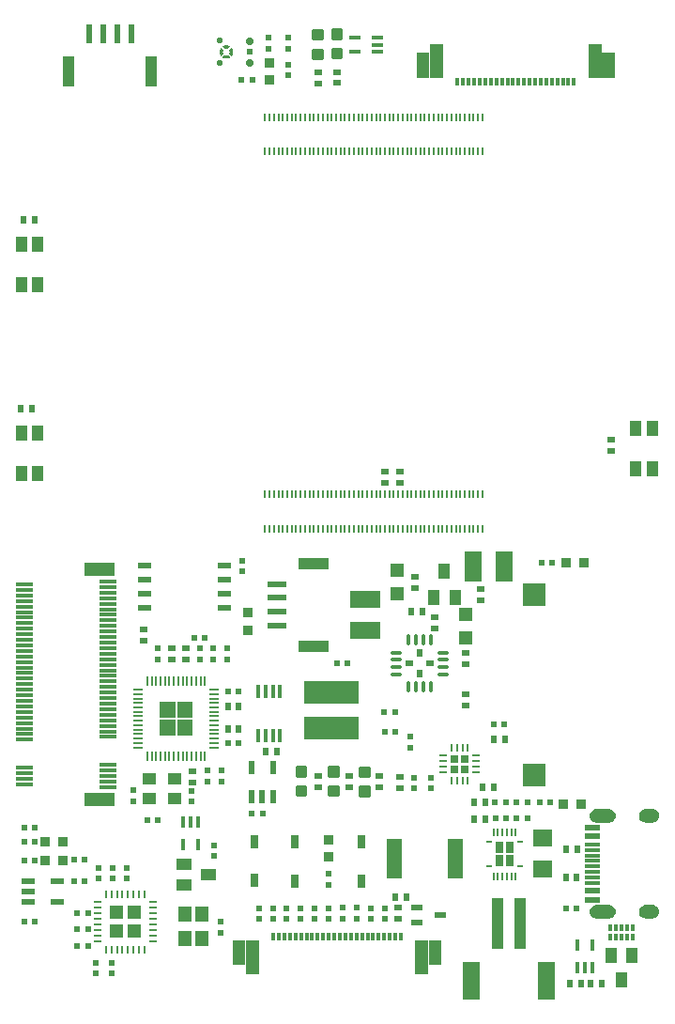
<source format=gbr>
G04 EAGLE Gerber RS-274X export*
G75*
%MOMM*%
%FSLAX34Y34*%
%LPD*%
%INSolderpaste Top*%
%IPPOS*%
%AMOC8*
5,1,8,0,0,1.08239X$1,22.5*%
G01*
%ADD10R,0.560000X0.629100*%
%ADD11R,0.629100X0.560000*%
%ADD12R,0.970200X0.920900*%
%ADD13R,2.700000X1.600000*%
%ADD14C,0.300000*%
%ADD15R,0.800000X1.150000*%
%ADD16R,1.450000X0.300000*%
%ADD17R,1.450000X0.600000*%
%ADD18R,1.450000X0.550000*%
%ADD19R,1.000000X4.600000*%
%ADD20R,1.600000X3.400000*%
%ADD21R,5.000000X2.000000*%
%ADD22R,1.400000X3.560000*%
%ADD23R,1.200000X1.200000*%
%ADD24R,2.000000X2.000000*%
%ADD25R,1.050000X0.500000*%
%ADD26R,0.644000X0.535100*%
%ADD27R,0.535100X0.644000*%
%ADD28R,1.800000X1.600000*%
%ADD29R,0.200000X0.700000*%
%ADD30R,1.000000X1.400000*%
%ADD31C,0.350000*%
%ADD32R,0.600000X0.700000*%
%ADD33R,0.700000X0.600000*%
%ADD34R,1.016000X0.355600*%
%ADD35R,0.800000X1.000000*%
%ADD36R,0.525000X0.250000*%
%ADD37R,0.200000X0.800000*%
%ADD38R,0.800000X0.230000*%
%ADD39R,0.230000X0.800000*%
%ADD40R,0.700000X0.700000*%
%ADD41R,0.300000X0.800000*%
%ADD42R,1.300000X3.050000*%
%ADD43R,0.250000X0.800000*%
%ADD44R,0.800000X0.250000*%
%ADD45R,1.143000X1.143000*%
%ADD46R,1.200000X1.400000*%
%ADD47R,0.406400X1.219200*%
%ADD48R,1.700000X0.600000*%
%ADD49R,2.800000X1.000000*%
%ADD50R,1.200000X0.550000*%
%ADD51R,0.812800X0.177800*%
%ADD52R,0.177800X0.812800*%
%ADD53R,0.550000X1.200000*%
%ADD54R,1.300000X1.050000*%
%ADD55C,0.612000*%
%ADD56C,0.723000*%
%ADD57C,0.562000*%
%ADD58R,1.050000X1.400000*%
%ADD59R,0.355600X1.016000*%
%ADD60R,0.400000X0.550000*%
%ADD61R,0.600000X1.700000*%
%ADD62R,1.000000X2.800000*%
%ADD63R,1.400000X1.000000*%
%ADD64R,1.219200X0.482600*%
%ADD65R,0.900000X0.970200*%
%ADD66R,0.932600X0.970200*%
%ADD67R,0.970200X0.900000*%
%ADD68R,0.970200X0.932600*%
%ADD69R,1.550000X0.300000*%
%ADD70R,2.750000X1.200000*%
%ADD71R,1.600000X2.700000*%

G36*
X404002Y82055D02*
X404002Y82055D01*
X404004Y82054D01*
X404047Y82074D01*
X404091Y82092D01*
X404091Y82094D01*
X404093Y82095D01*
X404126Y82180D01*
X404126Y104180D01*
X404125Y104182D01*
X404126Y104184D01*
X404106Y104227D01*
X404088Y104271D01*
X404086Y104271D01*
X404085Y104273D01*
X404000Y104306D01*
X393000Y104306D01*
X392998Y104305D01*
X392996Y104306D01*
X392953Y104286D01*
X392909Y104268D01*
X392909Y104266D01*
X392907Y104265D01*
X392874Y104180D01*
X392874Y82180D01*
X392875Y82178D01*
X392874Y82176D01*
X392894Y82133D01*
X392912Y82089D01*
X392914Y82089D01*
X392915Y82087D01*
X393000Y82054D01*
X404000Y82054D01*
X404002Y82055D01*
G37*
G36*
X227002Y82055D02*
X227002Y82055D01*
X227004Y82054D01*
X227047Y82074D01*
X227091Y82092D01*
X227091Y82094D01*
X227093Y82095D01*
X227126Y82180D01*
X227126Y104180D01*
X227125Y104182D01*
X227126Y104184D01*
X227106Y104227D01*
X227088Y104271D01*
X227086Y104271D01*
X227085Y104273D01*
X227000Y104306D01*
X216000Y104306D01*
X215998Y104305D01*
X215996Y104306D01*
X215953Y104286D01*
X215909Y104268D01*
X215909Y104266D01*
X215907Y104265D01*
X215874Y104180D01*
X215874Y82180D01*
X215875Y82178D01*
X215874Y82176D01*
X215894Y82133D01*
X215912Y82089D01*
X215914Y82089D01*
X215915Y82087D01*
X216000Y82054D01*
X227000Y82054D01*
X227002Y82055D01*
G37*
G36*
X393172Y881845D02*
X393172Y881845D01*
X393174Y881844D01*
X393217Y881864D01*
X393261Y881882D01*
X393261Y881884D01*
X393263Y881885D01*
X393296Y881970D01*
X393296Y903970D01*
X393295Y903972D01*
X393296Y903974D01*
X393276Y904017D01*
X393258Y904061D01*
X393256Y904061D01*
X393255Y904063D01*
X393170Y904096D01*
X382170Y904096D01*
X382168Y904095D01*
X382166Y904096D01*
X382123Y904076D01*
X382079Y904058D01*
X382079Y904056D01*
X382077Y904055D01*
X382044Y903970D01*
X382044Y881970D01*
X382045Y881968D01*
X382044Y881966D01*
X382064Y881923D01*
X382082Y881879D01*
X382084Y881879D01*
X382085Y881877D01*
X382170Y881844D01*
X393170Y881844D01*
X393172Y881845D01*
G37*
G36*
X560172Y881845D02*
X560172Y881845D01*
X560174Y881844D01*
X560217Y881864D01*
X560261Y881882D01*
X560261Y881884D01*
X560263Y881885D01*
X560296Y881970D01*
X560296Y903970D01*
X560295Y903972D01*
X560296Y903974D01*
X560276Y904017D01*
X560258Y904061D01*
X560256Y904061D01*
X560255Y904063D01*
X560170Y904096D01*
X549170Y904096D01*
X549168Y904095D01*
X549166Y904096D01*
X549123Y904076D01*
X549079Y904058D01*
X549079Y904056D01*
X549077Y904055D01*
X549044Y903970D01*
X549044Y881970D01*
X549045Y881968D01*
X549044Y881966D01*
X549064Y881923D01*
X549082Y881879D01*
X549084Y881879D01*
X549085Y881877D01*
X549170Y881844D01*
X560170Y881844D01*
X560172Y881845D01*
G37*
G36*
X555645Y124214D02*
X555645Y124214D01*
X555648Y124211D01*
X556915Y124416D01*
X556921Y124422D01*
X556926Y124419D01*
X558115Y124901D01*
X558119Y124908D01*
X558125Y124906D01*
X559178Y125640D01*
X559180Y125648D01*
X559186Y125647D01*
X560049Y126597D01*
X560050Y126606D01*
X560055Y126606D01*
X560685Y127725D01*
X560684Y127733D01*
X560690Y127735D01*
X561055Y128965D01*
X561052Y128972D01*
X561056Y128975D01*
X561055Y128975D01*
X561057Y128976D01*
X561139Y130257D01*
X561137Y130261D01*
X561139Y130263D01*
X561057Y131544D01*
X561051Y131550D01*
X561055Y131555D01*
X560690Y132785D01*
X560683Y132790D01*
X560685Y132795D01*
X560055Y133914D01*
X560048Y133917D01*
X560049Y133923D01*
X559186Y134873D01*
X559178Y134874D01*
X559178Y134880D01*
X558125Y135614D01*
X558117Y135614D01*
X558115Y135619D01*
X556926Y136101D01*
X556918Y136099D01*
X556915Y136104D01*
X555648Y136309D01*
X555643Y136306D01*
X555640Y136309D01*
X543640Y136309D01*
X543636Y136306D01*
X543633Y136309D01*
X542353Y136114D01*
X542347Y136108D01*
X542343Y136111D01*
X541139Y135636D01*
X541134Y135629D01*
X541129Y135631D01*
X540061Y134900D01*
X540058Y134893D01*
X540052Y134893D01*
X539173Y133943D01*
X539173Y133935D01*
X539167Y133934D01*
X538522Y132813D01*
X538523Y132804D01*
X538517Y132802D01*
X538138Y131565D01*
X538138Y131563D01*
X538137Y131562D01*
X538140Y131558D01*
X538140Y131557D01*
X538136Y131554D01*
X538041Y130264D01*
X538044Y130259D01*
X538041Y130257D01*
X538108Y129126D01*
X538113Y129121D01*
X538109Y129117D01*
X538396Y128020D01*
X538402Y128016D01*
X538399Y128011D01*
X538894Y126992D01*
X538900Y126989D01*
X538899Y126984D01*
X539583Y126081D01*
X539590Y126079D01*
X539590Y126074D01*
X540437Y125321D01*
X540444Y125321D01*
X540445Y125316D01*
X541422Y124743D01*
X541429Y124744D01*
X541431Y124739D01*
X542502Y124368D01*
X542508Y124371D01*
X542511Y124366D01*
X543633Y124211D01*
X543638Y124214D01*
X543640Y124211D01*
X555640Y124211D01*
X555645Y124214D01*
G37*
G36*
X555645Y210614D02*
X555645Y210614D01*
X555648Y210611D01*
X556915Y210816D01*
X556921Y210822D01*
X556926Y210819D01*
X558115Y211301D01*
X558119Y211308D01*
X558125Y211306D01*
X559178Y212040D01*
X559180Y212048D01*
X559186Y212047D01*
X560049Y212997D01*
X560050Y213006D01*
X560055Y213006D01*
X560685Y214125D01*
X560684Y214133D01*
X560690Y214135D01*
X561055Y215365D01*
X561052Y215372D01*
X561056Y215375D01*
X561055Y215375D01*
X561057Y215376D01*
X561139Y216657D01*
X561137Y216661D01*
X561139Y216663D01*
X561057Y217944D01*
X561051Y217950D01*
X561055Y217955D01*
X560690Y219185D01*
X560683Y219190D01*
X560685Y219195D01*
X560055Y220314D01*
X560048Y220317D01*
X560049Y220323D01*
X559186Y221273D01*
X559178Y221274D01*
X559178Y221280D01*
X558125Y222014D01*
X558117Y222014D01*
X558115Y222019D01*
X556926Y222501D01*
X556918Y222499D01*
X556915Y222504D01*
X555648Y222709D01*
X555643Y222706D01*
X555640Y222709D01*
X543640Y222709D01*
X543636Y222706D01*
X543633Y222709D01*
X542353Y222514D01*
X542347Y222508D01*
X542343Y222511D01*
X541139Y222036D01*
X541134Y222029D01*
X541129Y222031D01*
X540061Y221300D01*
X540058Y221293D01*
X540052Y221293D01*
X539173Y220343D01*
X539173Y220335D01*
X539167Y220334D01*
X538522Y219213D01*
X538523Y219204D01*
X538517Y219202D01*
X538138Y217965D01*
X538138Y217963D01*
X538137Y217962D01*
X538140Y217959D01*
X538140Y217957D01*
X538136Y217954D01*
X538041Y216664D01*
X538044Y216659D01*
X538041Y216657D01*
X538108Y215526D01*
X538113Y215521D01*
X538109Y215517D01*
X538396Y214420D01*
X538402Y214416D01*
X538399Y214411D01*
X538894Y213392D01*
X538900Y213389D01*
X538899Y213384D01*
X539583Y212481D01*
X539590Y212479D01*
X539590Y212474D01*
X540437Y211721D01*
X540444Y211721D01*
X540445Y211716D01*
X541422Y211143D01*
X541429Y211144D01*
X541431Y211139D01*
X542502Y210768D01*
X542508Y210771D01*
X542511Y210766D01*
X543633Y210611D01*
X543638Y210614D01*
X543640Y210611D01*
X555640Y210611D01*
X555645Y210614D01*
G37*
G36*
X179804Y305205D02*
X179804Y305205D01*
X179806Y305204D01*
X179849Y305224D01*
X179893Y305242D01*
X179893Y305244D01*
X179895Y305245D01*
X179928Y305330D01*
X179928Y319332D01*
X179927Y319334D01*
X179928Y319336D01*
X179908Y319379D01*
X179890Y319423D01*
X179888Y319423D01*
X179887Y319425D01*
X179802Y319458D01*
X165800Y319458D01*
X165798Y319457D01*
X165796Y319458D01*
X165753Y319438D01*
X165709Y319420D01*
X165709Y319418D01*
X165707Y319417D01*
X165674Y319332D01*
X165674Y305330D01*
X165675Y305328D01*
X165674Y305326D01*
X165694Y305283D01*
X165712Y305239D01*
X165714Y305239D01*
X165715Y305237D01*
X165800Y305204D01*
X179802Y305204D01*
X179804Y305205D01*
G37*
G36*
X163802Y305205D02*
X163802Y305205D01*
X163804Y305204D01*
X163847Y305224D01*
X163891Y305242D01*
X163891Y305244D01*
X163893Y305245D01*
X163926Y305330D01*
X163926Y319332D01*
X163925Y319334D01*
X163926Y319336D01*
X163906Y319379D01*
X163888Y319423D01*
X163886Y319423D01*
X163885Y319425D01*
X163800Y319458D01*
X149798Y319458D01*
X149796Y319457D01*
X149794Y319458D01*
X149751Y319438D01*
X149707Y319420D01*
X149707Y319418D01*
X149705Y319417D01*
X149672Y319332D01*
X149672Y305330D01*
X149673Y305328D01*
X149672Y305326D01*
X149692Y305283D01*
X149710Y305239D01*
X149712Y305239D01*
X149713Y305237D01*
X149798Y305204D01*
X163800Y305204D01*
X163802Y305205D01*
G37*
G36*
X179804Y289203D02*
X179804Y289203D01*
X179806Y289202D01*
X179849Y289222D01*
X179893Y289240D01*
X179893Y289242D01*
X179895Y289243D01*
X179928Y289328D01*
X179928Y303330D01*
X179927Y303332D01*
X179928Y303334D01*
X179908Y303377D01*
X179890Y303421D01*
X179888Y303421D01*
X179887Y303423D01*
X179802Y303456D01*
X165800Y303456D01*
X165798Y303455D01*
X165796Y303456D01*
X165753Y303436D01*
X165709Y303418D01*
X165709Y303416D01*
X165707Y303415D01*
X165674Y303330D01*
X165674Y289328D01*
X165675Y289326D01*
X165674Y289324D01*
X165694Y289281D01*
X165712Y289237D01*
X165714Y289237D01*
X165715Y289235D01*
X165800Y289202D01*
X179802Y289202D01*
X179804Y289203D01*
G37*
G36*
X163802Y289203D02*
X163802Y289203D01*
X163804Y289202D01*
X163847Y289222D01*
X163891Y289240D01*
X163891Y289242D01*
X163893Y289243D01*
X163926Y289328D01*
X163926Y303330D01*
X163925Y303332D01*
X163926Y303334D01*
X163906Y303377D01*
X163888Y303421D01*
X163886Y303421D01*
X163885Y303423D01*
X163800Y303456D01*
X149798Y303456D01*
X149796Y303455D01*
X149794Y303456D01*
X149751Y303436D01*
X149707Y303418D01*
X149707Y303416D01*
X149705Y303415D01*
X149672Y303330D01*
X149672Y289328D01*
X149673Y289326D01*
X149672Y289324D01*
X149692Y289281D01*
X149710Y289237D01*
X149712Y289237D01*
X149713Y289235D01*
X149798Y289202D01*
X163800Y289202D01*
X163802Y289203D01*
G37*
G36*
X594444Y210613D02*
X594444Y210613D01*
X594446Y210611D01*
X595775Y210766D01*
X595781Y210772D01*
X595785Y210769D01*
X597046Y211216D01*
X597051Y211223D01*
X597056Y211221D01*
X598186Y211938D01*
X598189Y211945D01*
X598195Y211944D01*
X599137Y212895D01*
X599138Y212903D01*
X599144Y212903D01*
X599851Y214039D01*
X599851Y214044D01*
X599852Y214045D01*
X599851Y214047D01*
X599856Y214049D01*
X600292Y215314D01*
X600290Y215322D01*
X600295Y215325D01*
X600439Y216655D01*
X600435Y216661D01*
X600439Y216665D01*
X600329Y217831D01*
X600324Y217836D01*
X600327Y217840D01*
X599992Y218963D01*
X599986Y218967D01*
X599988Y218971D01*
X599440Y220007D01*
X599434Y220010D01*
X599435Y220015D01*
X598696Y220923D01*
X598689Y220925D01*
X598689Y220930D01*
X597787Y221677D01*
X597780Y221677D01*
X597779Y221683D01*
X596748Y222239D01*
X596741Y222238D01*
X596739Y222243D01*
X595620Y222587D01*
X595613Y222585D01*
X595610Y222589D01*
X594445Y222709D01*
X594442Y222707D01*
X594440Y222709D01*
X588440Y222709D01*
X588437Y222707D01*
X588435Y222709D01*
X587259Y222598D01*
X587254Y222593D01*
X587250Y222596D01*
X586118Y222258D01*
X586114Y222252D01*
X586109Y222254D01*
X585065Y221702D01*
X585062Y221695D01*
X585057Y221697D01*
X584141Y220951D01*
X584140Y220944D01*
X584134Y220944D01*
X583381Y220035D01*
X583381Y220027D01*
X583376Y220027D01*
X582815Y218987D01*
X582816Y218980D01*
X582811Y218978D01*
X582464Y217849D01*
X582466Y217843D01*
X582462Y217840D01*
X582341Y216665D01*
X582345Y216658D01*
X582341Y216654D01*
X582498Y215314D01*
X582503Y215308D01*
X582500Y215303D01*
X582951Y214032D01*
X582958Y214027D01*
X582956Y214022D01*
X583678Y212883D01*
X583686Y212880D01*
X583685Y212874D01*
X584643Y211924D01*
X584651Y211923D01*
X584652Y211917D01*
X585797Y211204D01*
X585806Y211205D01*
X585807Y211199D01*
X587083Y210759D01*
X587090Y210761D01*
X587092Y210759D01*
X587093Y210757D01*
X588435Y210611D01*
X588438Y210613D01*
X588440Y210611D01*
X594440Y210611D01*
X594444Y210613D01*
G37*
G36*
X594444Y124213D02*
X594444Y124213D01*
X594446Y124211D01*
X595775Y124366D01*
X595781Y124372D01*
X595785Y124369D01*
X597046Y124816D01*
X597051Y124823D01*
X597056Y124821D01*
X598186Y125538D01*
X598189Y125545D01*
X598195Y125544D01*
X599137Y126495D01*
X599138Y126503D01*
X599144Y126503D01*
X599851Y127639D01*
X599851Y127644D01*
X599852Y127645D01*
X599850Y127647D01*
X599856Y127649D01*
X600292Y128914D01*
X600290Y128922D01*
X600295Y128925D01*
X600439Y130255D01*
X600435Y130261D01*
X600439Y130265D01*
X600329Y131431D01*
X600324Y131436D01*
X600327Y131440D01*
X599992Y132563D01*
X599986Y132567D01*
X599988Y132571D01*
X599440Y133607D01*
X599434Y133610D01*
X599435Y133615D01*
X598696Y134523D01*
X598689Y134525D01*
X598689Y134530D01*
X597787Y135277D01*
X597780Y135277D01*
X597779Y135283D01*
X596748Y135839D01*
X596741Y135838D01*
X596739Y135843D01*
X595620Y136187D01*
X595613Y136185D01*
X595610Y136189D01*
X594445Y136309D01*
X594442Y136307D01*
X594440Y136309D01*
X588440Y136309D01*
X588437Y136307D01*
X588435Y136309D01*
X587259Y136198D01*
X587254Y136193D01*
X587250Y136196D01*
X586118Y135858D01*
X586114Y135852D01*
X586109Y135854D01*
X585065Y135302D01*
X585062Y135295D01*
X585057Y135297D01*
X584141Y134551D01*
X584140Y134544D01*
X584134Y134544D01*
X583381Y133635D01*
X583381Y133627D01*
X583376Y133627D01*
X582815Y132587D01*
X582816Y132580D01*
X582811Y132578D01*
X582464Y131449D01*
X582466Y131443D01*
X582462Y131440D01*
X582341Y130265D01*
X582345Y130258D01*
X582341Y130254D01*
X582498Y128914D01*
X582503Y128908D01*
X582500Y128903D01*
X582951Y127632D01*
X582958Y127627D01*
X582956Y127622D01*
X583678Y126483D01*
X583686Y126480D01*
X583685Y126474D01*
X584643Y125524D01*
X584651Y125523D01*
X584652Y125517D01*
X585797Y124804D01*
X585806Y124805D01*
X585807Y124799D01*
X587083Y124359D01*
X587090Y124361D01*
X587092Y124359D01*
X587093Y124357D01*
X588435Y124211D01*
X588438Y124213D01*
X588440Y124211D01*
X594440Y124211D01*
X594444Y124213D01*
G37*
G36*
X572922Y104785D02*
X572922Y104785D01*
X572924Y104784D01*
X572967Y104804D01*
X573011Y104822D01*
X573011Y104824D01*
X573013Y104825D01*
X573046Y104910D01*
X573046Y110410D01*
X573045Y110412D01*
X573046Y110414D01*
X573026Y110457D01*
X573008Y110501D01*
X573006Y110501D01*
X573005Y110503D01*
X572920Y110536D01*
X569920Y110536D01*
X569918Y110535D01*
X569916Y110536D01*
X569873Y110516D01*
X569829Y110498D01*
X569829Y110496D01*
X569827Y110495D01*
X569794Y110410D01*
X569794Y104910D01*
X569795Y104908D01*
X569794Y104906D01*
X569814Y104863D01*
X569832Y104819D01*
X569834Y104819D01*
X569835Y104817D01*
X569920Y104784D01*
X572920Y104784D01*
X572922Y104785D01*
G37*
G36*
X562922Y104785D02*
X562922Y104785D01*
X562924Y104784D01*
X562967Y104804D01*
X563011Y104822D01*
X563011Y104824D01*
X563013Y104825D01*
X563046Y104910D01*
X563046Y110410D01*
X563045Y110412D01*
X563046Y110414D01*
X563026Y110457D01*
X563008Y110501D01*
X563006Y110501D01*
X563005Y110503D01*
X562920Y110536D01*
X559920Y110536D01*
X559918Y110535D01*
X559916Y110536D01*
X559873Y110516D01*
X559829Y110498D01*
X559829Y110496D01*
X559827Y110495D01*
X559794Y110410D01*
X559794Y104910D01*
X559795Y104908D01*
X559794Y104906D01*
X559814Y104863D01*
X559832Y104819D01*
X559834Y104819D01*
X559835Y104817D01*
X559920Y104784D01*
X562920Y104784D01*
X562922Y104785D01*
G37*
G36*
X577922Y112985D02*
X577922Y112985D01*
X577924Y112984D01*
X577967Y113004D01*
X578011Y113022D01*
X578011Y113024D01*
X578013Y113025D01*
X578046Y113110D01*
X578046Y118610D01*
X578045Y118612D01*
X578046Y118614D01*
X578026Y118657D01*
X578008Y118701D01*
X578006Y118701D01*
X578005Y118703D01*
X577920Y118736D01*
X574920Y118736D01*
X574918Y118735D01*
X574916Y118736D01*
X574873Y118716D01*
X574829Y118698D01*
X574829Y118696D01*
X574827Y118695D01*
X574794Y118610D01*
X574794Y113110D01*
X574795Y113108D01*
X574794Y113106D01*
X574814Y113063D01*
X574832Y113019D01*
X574834Y113019D01*
X574835Y113017D01*
X574920Y112984D01*
X577920Y112984D01*
X577922Y112985D01*
G37*
G36*
X572922Y112985D02*
X572922Y112985D01*
X572924Y112984D01*
X572967Y113004D01*
X573011Y113022D01*
X573011Y113024D01*
X573013Y113025D01*
X573046Y113110D01*
X573046Y118610D01*
X573045Y118612D01*
X573046Y118614D01*
X573026Y118657D01*
X573008Y118701D01*
X573006Y118701D01*
X573005Y118703D01*
X572920Y118736D01*
X569920Y118736D01*
X569918Y118735D01*
X569916Y118736D01*
X569873Y118716D01*
X569829Y118698D01*
X569829Y118696D01*
X569827Y118695D01*
X569794Y118610D01*
X569794Y113110D01*
X569795Y113108D01*
X569794Y113106D01*
X569814Y113063D01*
X569832Y113019D01*
X569834Y113019D01*
X569835Y113017D01*
X569920Y112984D01*
X572920Y112984D01*
X572922Y112985D01*
G37*
G36*
X562922Y112985D02*
X562922Y112985D01*
X562924Y112984D01*
X562967Y113004D01*
X563011Y113022D01*
X563011Y113024D01*
X563013Y113025D01*
X563046Y113110D01*
X563046Y118610D01*
X563045Y118612D01*
X563046Y118614D01*
X563026Y118657D01*
X563008Y118701D01*
X563006Y118701D01*
X563005Y118703D01*
X562920Y118736D01*
X559920Y118736D01*
X559918Y118735D01*
X559916Y118736D01*
X559873Y118716D01*
X559829Y118698D01*
X559829Y118696D01*
X559827Y118695D01*
X559794Y118610D01*
X559794Y113110D01*
X559795Y113108D01*
X559794Y113106D01*
X559814Y113063D01*
X559832Y113019D01*
X559834Y113019D01*
X559835Y113017D01*
X559920Y112984D01*
X562920Y112984D01*
X562922Y112985D01*
G37*
G36*
X557922Y112985D02*
X557922Y112985D01*
X557924Y112984D01*
X557967Y113004D01*
X558011Y113022D01*
X558011Y113024D01*
X558013Y113025D01*
X558046Y113110D01*
X558046Y118610D01*
X558045Y118612D01*
X558046Y118614D01*
X558026Y118657D01*
X558008Y118701D01*
X558006Y118701D01*
X558005Y118703D01*
X557920Y118736D01*
X554920Y118736D01*
X554918Y118735D01*
X554916Y118736D01*
X554873Y118716D01*
X554829Y118698D01*
X554829Y118696D01*
X554827Y118695D01*
X554794Y118610D01*
X554794Y113110D01*
X554795Y113108D01*
X554794Y113106D01*
X554814Y113063D01*
X554832Y113019D01*
X554834Y113019D01*
X554835Y113017D01*
X554920Y112984D01*
X557920Y112984D01*
X557922Y112985D01*
G37*
G36*
X567922Y112985D02*
X567922Y112985D01*
X567924Y112984D01*
X567967Y113004D01*
X568011Y113022D01*
X568011Y113024D01*
X568013Y113025D01*
X568046Y113110D01*
X568046Y118610D01*
X568045Y118612D01*
X568046Y118614D01*
X568026Y118657D01*
X568008Y118701D01*
X568006Y118701D01*
X568005Y118703D01*
X567920Y118736D01*
X564920Y118736D01*
X564918Y118735D01*
X564916Y118736D01*
X564873Y118716D01*
X564829Y118698D01*
X564829Y118696D01*
X564827Y118695D01*
X564794Y118610D01*
X564794Y113110D01*
X564795Y113108D01*
X564794Y113106D01*
X564814Y113063D01*
X564832Y113019D01*
X564834Y113019D01*
X564835Y113017D01*
X564920Y112984D01*
X567920Y112984D01*
X567922Y112985D01*
G37*
G36*
X567922Y104785D02*
X567922Y104785D01*
X567924Y104784D01*
X567967Y104804D01*
X568011Y104822D01*
X568011Y104824D01*
X568013Y104825D01*
X568046Y104910D01*
X568046Y110410D01*
X568045Y110412D01*
X568046Y110414D01*
X568026Y110457D01*
X568008Y110501D01*
X568006Y110501D01*
X568005Y110503D01*
X567920Y110536D01*
X564920Y110536D01*
X564918Y110535D01*
X564916Y110536D01*
X564873Y110516D01*
X564829Y110498D01*
X564829Y110496D01*
X564827Y110495D01*
X564794Y110410D01*
X564794Y104910D01*
X564795Y104908D01*
X564794Y104906D01*
X564814Y104863D01*
X564832Y104819D01*
X564834Y104819D01*
X564835Y104817D01*
X564920Y104784D01*
X567920Y104784D01*
X567922Y104785D01*
G37*
G36*
X577922Y104785D02*
X577922Y104785D01*
X577924Y104784D01*
X577967Y104804D01*
X578011Y104822D01*
X578011Y104824D01*
X578013Y104825D01*
X578046Y104910D01*
X578046Y110410D01*
X578045Y110412D01*
X578046Y110414D01*
X578026Y110457D01*
X578008Y110501D01*
X578006Y110501D01*
X578005Y110503D01*
X577920Y110536D01*
X574920Y110536D01*
X574918Y110535D01*
X574916Y110536D01*
X574873Y110516D01*
X574829Y110498D01*
X574829Y110496D01*
X574827Y110495D01*
X574794Y110410D01*
X574794Y104910D01*
X574795Y104908D01*
X574794Y104906D01*
X574814Y104863D01*
X574832Y104819D01*
X574834Y104819D01*
X574835Y104817D01*
X574920Y104784D01*
X577920Y104784D01*
X577922Y104785D01*
G37*
G36*
X557922Y104785D02*
X557922Y104785D01*
X557924Y104784D01*
X557967Y104804D01*
X558011Y104822D01*
X558011Y104824D01*
X558013Y104825D01*
X558046Y104910D01*
X558046Y110410D01*
X558045Y110412D01*
X558046Y110414D01*
X558026Y110457D01*
X558008Y110501D01*
X558006Y110501D01*
X558005Y110503D01*
X557920Y110536D01*
X554920Y110536D01*
X554918Y110535D01*
X554916Y110536D01*
X554873Y110516D01*
X554829Y110498D01*
X554829Y110496D01*
X554827Y110495D01*
X554794Y110410D01*
X554794Y104910D01*
X554795Y104908D01*
X554794Y104906D01*
X554814Y104863D01*
X554832Y104819D01*
X554834Y104819D01*
X554835Y104817D01*
X554920Y104784D01*
X557920Y104784D01*
X557922Y104785D01*
G37*
G36*
X205280Y901512D02*
X205280Y901512D01*
X205281Y901512D01*
X207459Y903690D01*
X207459Y903694D01*
X207460Y903695D01*
X207176Y904288D01*
X207030Y904928D01*
X207030Y905584D01*
X207176Y906224D01*
X207460Y906817D01*
X207459Y906819D01*
X207459Y906820D01*
X207459Y906822D01*
X205281Y909000D01*
X205280Y909000D01*
X205279Y909000D01*
X205275Y909000D01*
X205275Y908999D01*
X205274Y908999D01*
X204561Y907861D01*
X204561Y907860D01*
X204560Y907860D01*
X204118Y906592D01*
X204118Y906591D01*
X204117Y906591D01*
X204117Y906590D01*
X204116Y906582D01*
X204116Y906578D01*
X204115Y906569D01*
X204114Y906565D01*
X204113Y906556D01*
X204113Y906552D01*
X204112Y906548D01*
X204111Y906539D01*
X204111Y906535D01*
X204110Y906527D01*
X204110Y906522D01*
X204109Y906518D01*
X204108Y906510D01*
X204108Y906505D01*
X204107Y906497D01*
X204106Y906493D01*
X204105Y906484D01*
X204105Y906480D01*
X204104Y906476D01*
X204103Y906467D01*
X204103Y906463D01*
X204102Y906454D01*
X204101Y906450D01*
X204101Y906446D01*
X204100Y906442D01*
X204100Y906437D01*
X204100Y906433D01*
X204099Y906425D01*
X204098Y906420D01*
X204097Y906412D01*
X204097Y906408D01*
X204096Y906403D01*
X204095Y906395D01*
X204095Y906391D01*
X204094Y906382D01*
X204093Y906378D01*
X204093Y906374D01*
X204092Y906369D01*
X204092Y906365D01*
X204091Y906361D01*
X204090Y906352D01*
X204090Y906348D01*
X204089Y906340D01*
X204089Y906335D01*
X204088Y906331D01*
X204087Y906323D01*
X204087Y906318D01*
X204086Y906310D01*
X204085Y906306D01*
X204085Y906301D01*
X204084Y906297D01*
X204084Y906293D01*
X204083Y906289D01*
X204082Y906280D01*
X204082Y906276D01*
X204081Y906267D01*
X204080Y906263D01*
X204080Y906259D01*
X204079Y906250D01*
X204079Y906246D01*
X204078Y906246D01*
X204079Y906246D01*
X204078Y906238D01*
X204077Y906233D01*
X204077Y906229D01*
X204076Y906225D01*
X204076Y906221D01*
X204075Y906216D01*
X204074Y906208D01*
X204074Y906204D01*
X204073Y906195D01*
X204072Y906191D01*
X204072Y906187D01*
X204071Y906178D01*
X204070Y906174D01*
X204069Y906165D01*
X204069Y906161D01*
X204068Y906153D01*
X204068Y906148D01*
X204067Y906148D01*
X204068Y906148D01*
X204067Y906144D01*
X204066Y906136D01*
X204066Y906131D01*
X204065Y906123D01*
X204064Y906119D01*
X204064Y906114D01*
X204063Y906106D01*
X204062Y906102D01*
X204061Y906093D01*
X204061Y906089D01*
X204060Y906080D01*
X204059Y906076D01*
X204059Y906072D01*
X204058Y906063D01*
X204057Y906059D01*
X204057Y906051D01*
X204056Y906051D01*
X204057Y906051D01*
X204056Y906046D01*
X204056Y906042D01*
X204055Y906034D01*
X204054Y906029D01*
X204053Y906021D01*
X204053Y906017D01*
X204052Y906008D01*
X204051Y906004D01*
X204051Y906000D01*
X204050Y905991D01*
X204049Y905987D01*
X204048Y905978D01*
X204048Y905974D01*
X204047Y905970D01*
X204046Y905961D01*
X204046Y905957D01*
X204045Y905949D01*
X204045Y905944D01*
X204044Y905936D01*
X204043Y905932D01*
X204043Y905927D01*
X204042Y905919D01*
X204041Y905915D01*
X204040Y905906D01*
X204040Y905902D01*
X204039Y905898D01*
X204038Y905889D01*
X204038Y905885D01*
X204037Y905876D01*
X204036Y905872D01*
X204035Y905864D01*
X204035Y905859D01*
X204035Y905855D01*
X204034Y905847D01*
X204033Y905842D01*
X204032Y905834D01*
X204032Y905830D01*
X204031Y905825D01*
X204030Y905817D01*
X204030Y905813D01*
X204029Y905804D01*
X204028Y905800D01*
X204027Y905791D01*
X204027Y905787D01*
X204026Y905783D01*
X204025Y905774D01*
X204025Y905770D01*
X204024Y905762D01*
X204024Y905757D01*
X204023Y905753D01*
X204022Y905745D01*
X204022Y905740D01*
X204021Y905732D01*
X204020Y905728D01*
X204019Y905719D01*
X204019Y905715D01*
X204018Y905711D01*
X204017Y905702D01*
X204017Y905698D01*
X204016Y905689D01*
X204015Y905685D01*
X204015Y905681D01*
X204014Y905672D01*
X204014Y905668D01*
X204013Y905668D01*
X204014Y905668D01*
X204013Y905660D01*
X204012Y905655D01*
X204011Y905647D01*
X204011Y905643D01*
X204010Y905638D01*
X204009Y905630D01*
X204009Y905626D01*
X204008Y905617D01*
X204007Y905613D01*
X204007Y905609D01*
X204006Y905600D01*
X204005Y905596D01*
X204004Y905587D01*
X204004Y905583D01*
X204003Y905575D01*
X204003Y905570D01*
X204002Y905570D01*
X204003Y905570D01*
X204002Y905566D01*
X204001Y905558D01*
X204001Y905553D01*
X204000Y905545D01*
X203999Y905541D01*
X203999Y905536D01*
X203998Y905532D01*
X203998Y905528D01*
X203997Y905524D01*
X203996Y905515D01*
X203996Y905511D01*
X203995Y905502D01*
X203994Y905498D01*
X203994Y905494D01*
X203993Y905485D01*
X203992Y905481D01*
X203992Y905473D01*
X203991Y905473D01*
X203992Y905473D01*
X203991Y905468D01*
X203991Y905464D01*
X203990Y905460D01*
X203990Y905456D01*
X203989Y905451D01*
X203988Y905443D01*
X203988Y905439D01*
X203987Y905430D01*
X203986Y905426D01*
X203986Y905422D01*
X203985Y905413D01*
X203984Y905409D01*
X203983Y905400D01*
X203983Y905396D01*
X203982Y905392D01*
X203982Y905388D01*
X203981Y905383D01*
X203981Y905379D01*
X203980Y905371D01*
X203980Y905366D01*
X203979Y905358D01*
X203978Y905354D01*
X203978Y905349D01*
X203977Y905341D01*
X203976Y905337D01*
X203975Y905328D01*
X203975Y905324D01*
X203974Y905320D01*
X203974Y905315D01*
X203973Y905311D01*
X203973Y905307D01*
X203972Y905298D01*
X203971Y905294D01*
X203970Y905286D01*
X203970Y905281D01*
X203970Y905277D01*
X203969Y905269D01*
X203968Y905264D01*
X203967Y905256D01*
X204117Y903921D01*
X204118Y903920D01*
X204560Y902652D01*
X204561Y902652D01*
X204561Y902651D01*
X205274Y901513D01*
X205276Y901513D01*
X205279Y901512D01*
X205280Y901512D01*
G37*
G36*
X211414Y899294D02*
X211414Y899294D01*
X211415Y899295D01*
X212683Y899737D01*
X212683Y899738D01*
X212684Y899738D01*
X213822Y900451D01*
X213822Y900453D01*
X213823Y900457D01*
X213823Y900458D01*
X211645Y902636D01*
X211641Y902636D01*
X211640Y902637D01*
X211047Y902353D01*
X210407Y902207D01*
X209751Y902207D01*
X209111Y902353D01*
X208518Y902637D01*
X208515Y902636D01*
X208513Y902636D01*
X206335Y900458D01*
X206335Y900457D01*
X206335Y900456D01*
X206335Y900452D01*
X206336Y900452D01*
X206336Y900451D01*
X207474Y899738D01*
X207475Y899738D01*
X207475Y899737D01*
X208743Y899295D01*
X208744Y899295D01*
X208744Y899294D01*
X210079Y899144D01*
X210079Y899145D01*
X210079Y899144D01*
X211414Y899294D01*
G37*
G36*
X211643Y907876D02*
X211643Y907876D01*
X211645Y907876D01*
X213823Y910054D01*
X213823Y910055D01*
X213823Y910056D01*
X213823Y910060D01*
X213822Y910060D01*
X213822Y910061D01*
X212684Y910774D01*
X212683Y910774D01*
X212683Y910775D01*
X211415Y911217D01*
X211414Y911217D01*
X211414Y911218D01*
X210079Y911368D01*
X210079Y911367D01*
X210079Y911368D01*
X208744Y911218D01*
X208743Y911217D01*
X207475Y910775D01*
X207475Y910774D01*
X207474Y910774D01*
X206336Y910061D01*
X206336Y910059D01*
X206335Y910055D01*
X206335Y910054D01*
X208513Y907876D01*
X208517Y907876D01*
X208518Y907876D01*
X209111Y908159D01*
X209751Y908305D01*
X210407Y908305D01*
X211047Y908159D01*
X211640Y907876D01*
X211643Y907876D01*
G37*
G36*
X214883Y901513D02*
X214883Y901513D01*
X214884Y901513D01*
X215597Y902651D01*
X215597Y902652D01*
X215598Y902652D01*
X216040Y903920D01*
X216041Y903920D01*
X216040Y903921D01*
X216041Y903921D01*
X216041Y903925D01*
X216042Y903929D01*
X216042Y903933D01*
X216043Y903937D01*
X216043Y903946D01*
X216044Y903946D01*
X216043Y903946D01*
X216044Y903950D01*
X216045Y903959D01*
X216045Y903963D01*
X216046Y903967D01*
X216047Y903976D01*
X216047Y903980D01*
X216048Y903988D01*
X216049Y903993D01*
X216049Y903997D01*
X216050Y904001D01*
X216050Y904005D01*
X216051Y904010D01*
X216052Y904018D01*
X216052Y904022D01*
X216053Y904031D01*
X216054Y904035D01*
X216054Y904039D01*
X216055Y904048D01*
X216055Y904052D01*
X216056Y904061D01*
X216057Y904065D01*
X216058Y904073D01*
X216058Y904078D01*
X216059Y904082D01*
X216060Y904090D01*
X216060Y904095D01*
X216061Y904103D01*
X216062Y904107D01*
X216062Y904112D01*
X216063Y904120D01*
X216064Y904124D01*
X216065Y904133D01*
X216065Y904137D01*
X216066Y904146D01*
X216066Y904150D01*
X216067Y904154D01*
X216068Y904163D01*
X216068Y904167D01*
X216069Y904175D01*
X216070Y904180D01*
X216070Y904184D01*
X216071Y904192D01*
X216072Y904197D01*
X216073Y904205D01*
X216073Y904209D01*
X216074Y904218D01*
X216075Y904222D01*
X216075Y904226D01*
X216076Y904235D01*
X216076Y904239D01*
X216077Y904248D01*
X216078Y904252D01*
X216078Y904256D01*
X216079Y904265D01*
X216080Y904269D01*
X216081Y904277D01*
X216081Y904282D01*
X216082Y904290D01*
X216083Y904294D01*
X216083Y904299D01*
X216084Y904307D01*
X216085Y904311D01*
X216086Y904320D01*
X216086Y904324D01*
X216086Y904328D01*
X216087Y904328D01*
X216087Y904337D01*
X216088Y904341D01*
X216089Y904350D01*
X216089Y904354D01*
X216090Y904362D01*
X216091Y904367D01*
X216091Y904371D01*
X216092Y904379D01*
X216093Y904384D01*
X216094Y904392D01*
X216094Y904396D01*
X216095Y904401D01*
X216096Y904409D01*
X216096Y904413D01*
X216097Y904422D01*
X216097Y904426D01*
X216098Y904426D01*
X216097Y904426D01*
X216098Y904435D01*
X216099Y904439D01*
X216099Y904443D01*
X216100Y904452D01*
X216101Y904456D01*
X216102Y904464D01*
X216102Y904469D01*
X216103Y904473D01*
X216104Y904481D01*
X216104Y904486D01*
X216105Y904494D01*
X216106Y904498D01*
X216107Y904507D01*
X216107Y904511D01*
X216108Y904515D01*
X216108Y904524D01*
X216109Y904524D01*
X216108Y904524D01*
X216109Y904528D01*
X216110Y904537D01*
X216110Y904541D01*
X216111Y904545D01*
X216112Y904554D01*
X216112Y904558D01*
X216113Y904566D01*
X216114Y904571D01*
X216115Y904579D01*
X216115Y904583D01*
X216116Y904588D01*
X216117Y904596D01*
X216117Y904600D01*
X216118Y904609D01*
X216119Y904613D01*
X216119Y904617D01*
X216120Y904626D01*
X216120Y904630D01*
X216121Y904639D01*
X216122Y904643D01*
X216123Y904651D01*
X216123Y904656D01*
X216124Y904660D01*
X216125Y904668D01*
X216125Y904673D01*
X216126Y904681D01*
X216127Y904685D01*
X216127Y904690D01*
X216128Y904694D01*
X216128Y904698D01*
X216129Y904702D01*
X216130Y904711D01*
X216130Y904715D01*
X216131Y904724D01*
X216131Y904728D01*
X216132Y904732D01*
X216133Y904741D01*
X216133Y904745D01*
X216134Y904753D01*
X216135Y904758D01*
X216135Y904762D01*
X216136Y904766D01*
X216136Y904770D01*
X216137Y904775D01*
X216138Y904783D01*
X216138Y904787D01*
X216139Y904796D01*
X216140Y904800D01*
X216140Y904804D01*
X216141Y904813D01*
X216141Y904817D01*
X216142Y904826D01*
X216143Y904830D01*
X216143Y904834D01*
X216144Y904838D01*
X216144Y904843D01*
X216145Y904847D01*
X216146Y904855D01*
X216146Y904860D01*
X216147Y904868D01*
X216148Y904872D01*
X216148Y904877D01*
X216149Y904885D01*
X216150Y904889D01*
X216151Y904898D01*
X216151Y904902D01*
X216151Y904906D01*
X216152Y904906D01*
X216152Y904911D01*
X216152Y904915D01*
X216153Y904919D01*
X216154Y904928D01*
X216154Y904932D01*
X216155Y904940D01*
X216156Y904945D01*
X216156Y904949D01*
X216157Y904957D01*
X216158Y904962D01*
X216159Y904970D01*
X216159Y904974D01*
X216160Y904983D01*
X216161Y904987D01*
X216161Y904991D01*
X216162Y905000D01*
X216162Y905004D01*
X216163Y905004D01*
X216162Y905004D01*
X216163Y905013D01*
X216164Y905017D01*
X216164Y905021D01*
X216165Y905030D01*
X216166Y905034D01*
X216167Y905042D01*
X216167Y905047D01*
X216168Y905055D01*
X216169Y905059D01*
X216169Y905064D01*
X216170Y905072D01*
X216171Y905076D01*
X216172Y905085D01*
X216172Y905089D01*
X216173Y905093D01*
X216173Y905102D01*
X216174Y905102D01*
X216173Y905102D01*
X216174Y905106D01*
X216175Y905115D01*
X216175Y905119D01*
X216176Y905127D01*
X216177Y905132D01*
X216177Y905136D01*
X216178Y905144D01*
X216179Y905149D01*
X216180Y905157D01*
X216180Y905161D01*
X216181Y905166D01*
X216182Y905174D01*
X216182Y905178D01*
X216183Y905187D01*
X216184Y905191D01*
X216184Y905200D01*
X216185Y905200D01*
X216184Y905200D01*
X216185Y905204D01*
X216185Y905208D01*
X216186Y905217D01*
X216187Y905221D01*
X216188Y905229D01*
X216188Y905234D01*
X216189Y905238D01*
X216190Y905246D01*
X216190Y905251D01*
X216191Y905256D01*
X216190Y905256D01*
X216191Y905256D01*
X216041Y906591D01*
X216040Y906592D01*
X215598Y907860D01*
X215597Y907860D01*
X215597Y907861D01*
X214884Y908999D01*
X214882Y908999D01*
X214878Y909000D01*
X214877Y909000D01*
X212699Y906822D01*
X212699Y906820D01*
X212699Y906818D01*
X212699Y906817D01*
X212982Y906224D01*
X213128Y905584D01*
X213128Y904928D01*
X212982Y904288D01*
X212699Y903695D01*
X212699Y903692D01*
X212699Y903690D01*
X214877Y901512D01*
X214878Y901512D01*
X214879Y901512D01*
X214883Y901512D01*
X214883Y901513D01*
G37*
D10*
X352674Y309990D03*
X362366Y309990D03*
D11*
X302195Y123790D03*
X302195Y133482D03*
X289648Y123853D03*
X289648Y133545D03*
X277152Y123799D03*
X277152Y133491D03*
X264529Y123872D03*
X264529Y133564D03*
X251979Y123730D03*
X251979Y133422D03*
X239460Y123764D03*
X239460Y133456D03*
X302732Y164298D03*
X302732Y154606D03*
X352780Y123865D03*
X352780Y133557D03*
D12*
X302094Y179718D03*
X302094Y195210D03*
D10*
X471934Y214108D03*
X481626Y214108D03*
X319276Y354266D03*
X309584Y354266D03*
X481629Y228701D03*
X471937Y228701D03*
X451368Y299100D03*
X461060Y299100D03*
X452724Y214080D03*
X462416Y214080D03*
X525926Y133510D03*
X516234Y133510D03*
X353174Y292430D03*
X362866Y292430D03*
D11*
X340046Y123879D03*
X340046Y133571D03*
D13*
X335770Y383870D03*
X335770Y411870D03*
D11*
X327439Y123952D03*
X327439Y133644D03*
X314819Y123944D03*
X314819Y133636D03*
D14*
X313692Y906872D02*
X306692Y906872D01*
X313692Y906872D02*
X313692Y899872D01*
X306692Y899872D01*
X306692Y906872D01*
X306692Y902722D02*
X313692Y902722D01*
X313692Y905572D02*
X306692Y905572D01*
X306692Y924412D02*
X313692Y924412D01*
X313692Y917412D01*
X306692Y917412D01*
X306692Y924412D01*
X306692Y920262D02*
X313692Y920262D01*
X313692Y923112D02*
X306692Y923112D01*
D15*
X235590Y158260D03*
X235590Y193260D03*
X272080Y193120D03*
X272080Y158120D03*
X332140Y158060D03*
X332140Y193060D03*
D14*
X331484Y242159D02*
X338484Y242159D01*
X338484Y235159D01*
X331484Y235159D01*
X331484Y242159D01*
X331484Y238009D02*
X338484Y238009D01*
X338484Y240859D02*
X331484Y240859D01*
X331484Y259699D02*
X338484Y259699D01*
X338484Y252699D01*
X331484Y252699D01*
X331484Y259699D01*
X331484Y255549D02*
X338484Y255549D01*
X338484Y258399D02*
X331484Y258399D01*
X310590Y242286D02*
X303590Y242286D01*
X310590Y242286D02*
X310590Y235286D01*
X303590Y235286D01*
X303590Y242286D01*
X303590Y238136D02*
X310590Y238136D01*
X310590Y240986D02*
X303590Y240986D01*
X303590Y259826D02*
X310590Y259826D01*
X310590Y252826D01*
X303590Y252826D01*
X303590Y259826D01*
X303590Y255676D02*
X310590Y255676D01*
X310590Y258526D02*
X303590Y258526D01*
D16*
X540440Y180960D03*
X540440Y175960D03*
D17*
X540440Y205710D03*
D18*
X540440Y197960D03*
D16*
X540440Y190960D03*
X540440Y185960D03*
X540440Y165960D03*
X540440Y170960D03*
D17*
X540440Y141210D03*
D18*
X540440Y148960D03*
D16*
X540440Y155960D03*
X540440Y160960D03*
D19*
X475040Y120020D03*
X455040Y120020D03*
D20*
X499040Y68020D03*
X431040Y68020D03*
D21*
X304746Y296006D03*
X304746Y328006D03*
D22*
X416530Y178150D03*
X361930Y178150D03*
D23*
X426000Y377040D03*
X426000Y398040D03*
X364020Y417140D03*
X364020Y438140D03*
D14*
X296160Y917148D02*
X289160Y917148D01*
X289160Y924148D01*
X296160Y924148D01*
X296160Y917148D01*
X296160Y919998D02*
X289160Y919998D01*
X289160Y922848D02*
X296160Y922848D01*
X296160Y899608D02*
X289160Y899608D01*
X289160Y906608D01*
X296160Y906608D01*
X296160Y899608D01*
X296160Y902458D02*
X289160Y902458D01*
X289160Y905308D02*
X296160Y905308D01*
D24*
X487740Y415810D03*
X487740Y253810D03*
D25*
X382070Y133750D03*
X382070Y120750D03*
X403070Y127250D03*
D26*
X426100Y326385D03*
X426100Y316235D03*
X310176Y887133D03*
X310176Y876983D03*
D27*
X362145Y143510D03*
X372295Y143510D03*
D28*
X495624Y196890D03*
X495624Y168890D03*
D27*
X538325Y65150D03*
X548475Y65150D03*
D26*
X366606Y517085D03*
X366606Y527235D03*
X353398Y516831D03*
X353398Y526981D03*
X426100Y363375D03*
X426100Y353225D03*
X439728Y410511D03*
X439728Y420661D03*
X348329Y242715D03*
X348329Y252865D03*
X320686Y242626D03*
X320686Y252776D03*
D27*
X451549Y285962D03*
X461699Y285962D03*
X451753Y242680D03*
X441603Y242680D03*
X387195Y400800D03*
X377045Y400800D03*
X443496Y213815D03*
X433346Y213815D03*
D26*
X397940Y385465D03*
X397940Y395615D03*
X379820Y422165D03*
X379820Y432315D03*
D27*
X433353Y228749D03*
X443503Y228749D03*
D26*
X366960Y251715D03*
X366960Y241565D03*
X292733Y887106D03*
X292733Y876956D03*
X365407Y133696D03*
X365407Y123546D03*
D29*
X245116Y475650D03*
X245116Y506450D03*
X249116Y475650D03*
X249116Y506450D03*
X253116Y475650D03*
X253116Y506450D03*
X257116Y475650D03*
X257116Y506450D03*
X261116Y475650D03*
X261116Y506450D03*
X265116Y475650D03*
X265116Y506450D03*
X269116Y475650D03*
X269116Y506450D03*
X273116Y475650D03*
X273116Y506450D03*
X277116Y475650D03*
X277116Y506450D03*
X281116Y475650D03*
X281116Y506450D03*
X285116Y475650D03*
X285116Y506450D03*
X289116Y475650D03*
X289116Y506450D03*
X293116Y475650D03*
X293116Y506450D03*
X297116Y475650D03*
X297116Y506450D03*
X301116Y475650D03*
X301116Y506450D03*
X305116Y475650D03*
X305116Y506450D03*
X309116Y475650D03*
X309116Y506450D03*
X313116Y475650D03*
X313116Y506450D03*
X317116Y475650D03*
X317116Y506450D03*
X321116Y475650D03*
X321116Y506450D03*
X325116Y475650D03*
X325116Y506450D03*
X329116Y475650D03*
X329116Y506450D03*
X333116Y475650D03*
X333116Y506450D03*
X337116Y475650D03*
X337116Y506450D03*
X341116Y475650D03*
X341116Y506450D03*
X345116Y475650D03*
X345116Y506450D03*
X349116Y475650D03*
X349116Y506450D03*
X353116Y475650D03*
X353116Y506450D03*
X357116Y475650D03*
X357116Y506450D03*
X361116Y475650D03*
X361116Y506450D03*
X365116Y475650D03*
X365116Y506450D03*
X369116Y475650D03*
X369116Y506450D03*
X373116Y475650D03*
X373116Y506450D03*
X377116Y475650D03*
X377116Y506450D03*
X381116Y475650D03*
X381116Y506450D03*
X385116Y475650D03*
X385116Y506450D03*
X389116Y475650D03*
X389116Y506450D03*
X393116Y475650D03*
X393116Y506450D03*
X397116Y475650D03*
X397116Y506450D03*
X401116Y475650D03*
X401116Y506450D03*
X405116Y475650D03*
X405116Y506450D03*
X409116Y475650D03*
X409116Y506450D03*
X413116Y475650D03*
X413116Y506450D03*
X417116Y475650D03*
X417116Y506450D03*
X421116Y475650D03*
X421116Y506450D03*
X425116Y475650D03*
X425116Y506450D03*
X429116Y475650D03*
X429116Y506450D03*
X433116Y475650D03*
X433116Y506450D03*
X437116Y475650D03*
X437116Y506450D03*
X441116Y475650D03*
X441116Y506450D03*
X245116Y815650D03*
X245116Y846450D03*
X249116Y815650D03*
X249116Y846450D03*
X253116Y815650D03*
X253116Y846450D03*
X257116Y815650D03*
X257116Y846450D03*
X261116Y815650D03*
X261116Y846450D03*
X265116Y815650D03*
X265116Y846450D03*
X269116Y815650D03*
X269116Y846450D03*
X273116Y815650D03*
X273116Y846450D03*
X277116Y815650D03*
X277116Y846450D03*
X281116Y815650D03*
X281116Y846450D03*
X285116Y815650D03*
X285116Y846450D03*
X289116Y815650D03*
X289116Y846450D03*
X293116Y815650D03*
X293116Y846450D03*
X297116Y815650D03*
X297116Y846450D03*
X301116Y815650D03*
X301116Y846450D03*
X305116Y815650D03*
X305116Y846450D03*
X309116Y815650D03*
X309116Y846450D03*
X313116Y815650D03*
X313116Y846450D03*
X317116Y815650D03*
X317116Y846450D03*
X321116Y815650D03*
X321116Y846450D03*
X325116Y815650D03*
X325116Y846450D03*
X329116Y815650D03*
X329116Y846450D03*
X333116Y815650D03*
X333116Y846450D03*
X337116Y815650D03*
X337116Y846450D03*
X341116Y815650D03*
X341116Y846450D03*
X345116Y815650D03*
X345116Y846450D03*
X349116Y815650D03*
X349116Y846450D03*
X353116Y815650D03*
X353116Y846450D03*
X357116Y815650D03*
X357116Y846450D03*
X361116Y815650D03*
X361116Y846450D03*
X365116Y815650D03*
X365116Y846450D03*
X369116Y815650D03*
X369116Y846450D03*
X373116Y815650D03*
X373116Y846450D03*
X377116Y815650D03*
X377116Y846450D03*
X381116Y815650D03*
X381116Y846450D03*
X385116Y815650D03*
X385116Y846450D03*
X389116Y815650D03*
X389116Y846450D03*
X393116Y815650D03*
X393116Y846450D03*
X397116Y815650D03*
X397116Y846450D03*
X401116Y815650D03*
X401116Y846450D03*
X405116Y815650D03*
X405116Y846450D03*
X409116Y815650D03*
X409116Y846450D03*
X413116Y815650D03*
X413116Y846450D03*
X417116Y815650D03*
X417116Y846450D03*
X421116Y815650D03*
X421116Y846450D03*
X425116Y815650D03*
X425116Y846450D03*
X429116Y815650D03*
X429116Y846450D03*
X433116Y815650D03*
X433116Y846450D03*
X437116Y815650D03*
X437116Y846450D03*
X441116Y815650D03*
X441116Y846450D03*
D30*
X406902Y437561D03*
X416402Y413561D03*
X397402Y413561D03*
D31*
X366980Y363790D02*
X359980Y363790D01*
X359980Y357290D02*
X366980Y357290D01*
X366980Y350790D02*
X359980Y350790D01*
X359980Y344290D02*
X366980Y344290D01*
X374730Y336540D02*
X374730Y329540D01*
X381230Y329540D02*
X381230Y336540D01*
X387730Y336540D02*
X387730Y329540D01*
X394230Y329540D02*
X394230Y336540D01*
X401980Y344290D02*
X408980Y344290D01*
X408980Y350790D02*
X401980Y350790D01*
X401980Y357290D02*
X408980Y357290D01*
X408980Y363790D02*
X401980Y363790D01*
X394230Y371540D02*
X394230Y378540D01*
X387730Y378540D02*
X387730Y371540D01*
X381230Y371540D02*
X381230Y378540D01*
X374730Y378540D02*
X374730Y371540D01*
D32*
X384480Y363540D03*
X384480Y344540D03*
D33*
X374980Y354040D03*
X393980Y354040D03*
D34*
X346113Y905035D03*
X346113Y911639D03*
X346113Y918243D03*
X325793Y918243D03*
X325793Y905035D03*
D35*
X456162Y187996D03*
X466162Y175996D03*
X466162Y187996D03*
X456162Y175996D03*
D36*
X447537Y192996D03*
X474787Y170996D03*
X474787Y192996D03*
X447537Y170996D03*
D37*
X463162Y201746D03*
X467162Y201746D03*
X467162Y201746D03*
X471162Y201746D03*
X459162Y201746D03*
X455162Y201746D03*
X451162Y201746D03*
X451162Y162246D03*
X455162Y162246D03*
X459162Y162246D03*
X463162Y162246D03*
X467162Y162246D03*
X471162Y162246D03*
D38*
X435260Y255780D03*
X435260Y260780D03*
X435260Y265780D03*
X435260Y270780D03*
D39*
X428010Y278030D03*
X423010Y278030D03*
X418010Y278030D03*
X413010Y278030D03*
D38*
X405760Y270780D03*
X405760Y265780D03*
X405760Y260780D03*
X405760Y255780D03*
D39*
X413010Y248530D03*
X418010Y248530D03*
X423010Y248530D03*
X428010Y248530D03*
D40*
X416010Y267780D03*
X425010Y258780D03*
X416010Y258780D03*
X425010Y267780D03*
D41*
X252500Y108180D03*
X257500Y108180D03*
X262500Y108180D03*
X267500Y108180D03*
X272500Y108180D03*
X277500Y108180D03*
X282500Y108180D03*
X287500Y108180D03*
X292500Y108180D03*
X297500Y108180D03*
X302500Y108180D03*
X307500Y108180D03*
X312500Y108180D03*
X317500Y108180D03*
X322500Y108180D03*
X327500Y108180D03*
X332500Y108180D03*
X337500Y108180D03*
X342500Y108180D03*
X347500Y108180D03*
X352500Y108180D03*
X357500Y108180D03*
X362500Y108180D03*
X367500Y108180D03*
D42*
X233500Y88930D03*
X386500Y88930D03*
D43*
X101466Y96280D03*
X106466Y96280D03*
X111466Y96280D03*
X116466Y96280D03*
X121466Y96280D03*
X126466Y96280D03*
X131466Y96280D03*
X136466Y96280D03*
D44*
X143966Y103780D03*
X143966Y108780D03*
X143966Y113780D03*
X143966Y118780D03*
X143966Y123780D03*
X143966Y128780D03*
X143966Y133780D03*
X143966Y138780D03*
D43*
X136466Y146280D03*
X131466Y146280D03*
X126466Y146280D03*
X121466Y146280D03*
X116466Y146280D03*
X111466Y146280D03*
X106466Y146280D03*
X101466Y146280D03*
D44*
X93966Y138780D03*
X93966Y133780D03*
X93966Y128780D03*
X93966Y123780D03*
X93966Y118780D03*
X93966Y113780D03*
X93966Y108780D03*
X93966Y103780D03*
D45*
X127221Y113025D03*
X110711Y129535D03*
X110711Y113025D03*
X127221Y129535D03*
D10*
X85486Y114460D03*
X75794Y114460D03*
D11*
X106520Y84216D03*
X106520Y74524D03*
D46*
X172434Y106216D03*
X172434Y128216D03*
X188434Y106216D03*
X188434Y128216D03*
D10*
X85242Y129253D03*
X75550Y129253D03*
D11*
X92550Y84216D03*
X92550Y74524D03*
X204602Y111453D03*
X204602Y121145D03*
D10*
X233606Y879734D03*
X223914Y879734D03*
D11*
X248290Y917816D03*
X248290Y908124D03*
X265816Y908124D03*
X265816Y917816D03*
X265816Y883994D03*
X265816Y893686D03*
D10*
X85486Y99220D03*
X75794Y99220D03*
X504050Y444368D03*
X494358Y444368D03*
X502145Y228722D03*
X492453Y228722D03*
X27826Y121290D03*
X37518Y121290D03*
X27760Y176779D03*
X37452Y176779D03*
D47*
X258694Y328431D03*
X252194Y328431D03*
X245694Y328431D03*
X239194Y328431D03*
X239194Y288553D03*
X245694Y288553D03*
X252194Y288553D03*
X258694Y288553D03*
D48*
X255520Y425620D03*
D49*
X289020Y369620D03*
X289020Y444120D03*
D48*
X255520Y413120D03*
X255520Y400620D03*
X255520Y388120D03*
D27*
X245759Y274192D03*
X255909Y274192D03*
D12*
X229742Y399540D03*
X229742Y384048D03*
D11*
X94870Y159874D03*
X94870Y169566D03*
X107570Y159874D03*
X107570Y169566D03*
D50*
X31399Y157850D03*
X31399Y148350D03*
X31399Y138850D03*
X57401Y138850D03*
X57401Y157850D03*
D11*
X120143Y159874D03*
X120143Y169566D03*
D10*
X72498Y176910D03*
X82190Y176910D03*
X28048Y193420D03*
X37740Y193420D03*
X28048Y205866D03*
X37740Y205866D03*
X72498Y157860D03*
X82190Y157860D03*
D51*
X130764Y330330D03*
X130764Y326330D03*
X130764Y322330D03*
X130764Y318330D03*
X130764Y314330D03*
X130764Y310330D03*
X130764Y306330D03*
X130764Y302330D03*
X130764Y298330D03*
X130764Y294330D03*
X130764Y290330D03*
X130764Y286330D03*
X130764Y282330D03*
X130764Y278330D03*
D52*
X138800Y270294D03*
X142800Y270294D03*
X146800Y270294D03*
X150800Y270294D03*
X154800Y270294D03*
X158800Y270294D03*
X162800Y270294D03*
X166800Y270294D03*
X170800Y270294D03*
X174800Y270294D03*
X178800Y270294D03*
X182800Y270294D03*
X186800Y270294D03*
X190800Y270294D03*
D51*
X198836Y278330D03*
X198836Y282330D03*
X198836Y286330D03*
X198836Y290330D03*
X198836Y294330D03*
X198836Y298330D03*
X198836Y302330D03*
X198836Y306330D03*
X198836Y310330D03*
X198836Y314330D03*
X198836Y318330D03*
X198836Y322330D03*
X198836Y326330D03*
X198836Y330330D03*
D52*
X190800Y338366D03*
X186800Y338366D03*
X182800Y338366D03*
X178800Y338366D03*
X174800Y338366D03*
X170800Y338366D03*
X166800Y338366D03*
X162800Y338366D03*
X158800Y338366D03*
X154800Y338366D03*
X150800Y338366D03*
X146800Y338366D03*
X142800Y338366D03*
X138800Y338366D03*
D11*
X186056Y357740D03*
X186056Y367432D03*
X147956Y357740D03*
X147956Y367432D03*
D10*
X138792Y212978D03*
X148484Y212978D03*
X211436Y329056D03*
X221128Y329056D03*
X180956Y377316D03*
X190648Y377316D03*
D11*
X193547Y257575D03*
X193547Y247883D03*
X198629Y357740D03*
X198629Y367432D03*
D26*
X160654Y367651D03*
X160654Y357501D03*
X173354Y367651D03*
X173354Y357501D03*
D11*
X211202Y357613D03*
X211202Y367305D03*
X206120Y257575D03*
X206120Y247883D03*
D53*
X233056Y234141D03*
X242556Y234141D03*
X252056Y234141D03*
X252056Y260143D03*
X233056Y260143D03*
D10*
X233280Y219074D03*
X242972Y219074D03*
X211690Y282574D03*
X221382Y282574D03*
D26*
X135256Y374791D03*
X135256Y384941D03*
D54*
X140804Y232412D03*
X163804Y232412D03*
X163804Y249912D03*
X140804Y249912D03*
D11*
X126366Y229978D03*
X126366Y239670D03*
X178944Y229470D03*
X178944Y239162D03*
D26*
X179196Y256907D03*
X179196Y246757D03*
D27*
X519825Y65150D03*
X529975Y65150D03*
X37705Y754000D03*
X27555Y754000D03*
X24525Y583310D03*
X34675Y583310D03*
D26*
X557150Y545225D03*
X557150Y555375D03*
D14*
X281122Y242380D02*
X274122Y242380D01*
X281122Y242380D02*
X281122Y235380D01*
X274122Y235380D01*
X274122Y242380D01*
X274122Y238230D02*
X281122Y238230D01*
X281122Y241080D02*
X274122Y241080D01*
X274122Y259920D02*
X281122Y259920D01*
X281122Y252920D01*
X274122Y252920D01*
X274122Y259920D01*
X274122Y255770D02*
X281122Y255770D01*
X281122Y258620D02*
X274122Y258620D01*
D26*
X293116Y242575D03*
X293116Y252725D03*
D55*
X231109Y905256D03*
D56*
X231109Y914916D03*
D57*
X203739Y915406D03*
X203739Y895106D03*
D56*
X231109Y895596D03*
D58*
X40270Y731740D03*
X40270Y695740D03*
X25770Y731740D03*
X25770Y695740D03*
X40270Y561560D03*
X40270Y525560D03*
X25770Y561560D03*
X25770Y525560D03*
X579617Y529624D03*
X579617Y565624D03*
X594117Y529624D03*
X594117Y565624D03*
D30*
X566420Y69010D03*
X556920Y91010D03*
X575920Y91010D03*
D10*
X452608Y228600D03*
X462300Y228600D03*
D11*
X394970Y241534D03*
X394970Y251226D03*
X379730Y241534D03*
X379730Y251226D03*
D59*
X526796Y80010D03*
X533400Y80010D03*
X540004Y80010D03*
X540004Y100330D03*
X526796Y100330D03*
D27*
X516133Y161544D03*
X526283Y161544D03*
X516260Y186817D03*
X526410Y186817D03*
X211333Y315087D03*
X221483Y315087D03*
X211333Y295275D03*
X221483Y295275D03*
D11*
X375920Y278364D03*
X375920Y288056D03*
D60*
X566420Y115860D03*
X566420Y107660D03*
D61*
X124160Y921230D03*
D62*
X68160Y887730D03*
X142660Y887730D03*
D61*
X111660Y921230D03*
X99160Y921230D03*
X86660Y921230D03*
D41*
X523670Y877970D03*
X518670Y877970D03*
X513670Y877970D03*
X508670Y877970D03*
X503670Y877970D03*
X498670Y877970D03*
X493670Y877970D03*
X488670Y877970D03*
X483670Y877970D03*
X478670Y877970D03*
X473670Y877970D03*
X468670Y877970D03*
X463670Y877970D03*
X458670Y877970D03*
X453670Y877970D03*
X448670Y877970D03*
X443670Y877970D03*
X438670Y877970D03*
X433670Y877970D03*
X428670Y877970D03*
X423670Y877970D03*
X418670Y877970D03*
D42*
X542670Y897220D03*
X399670Y897220D03*
D63*
X193880Y163830D03*
X171880Y154330D03*
X171880Y173330D03*
D59*
X184404Y210820D03*
X177800Y210820D03*
X171196Y210820D03*
X171196Y190500D03*
X184404Y190500D03*
D11*
X199390Y180574D03*
X199390Y190266D03*
D64*
X136779Y441960D03*
X136779Y429260D03*
X136779Y416560D03*
X136779Y403860D03*
X208661Y403860D03*
X208661Y416560D03*
X208661Y429260D03*
X208661Y441960D03*
D11*
X224790Y446806D03*
X224790Y437114D03*
D65*
X62461Y176530D03*
D66*
X46922Y176530D03*
D65*
X532361Y444500D03*
D66*
X516822Y444500D03*
D65*
X529821Y227330D03*
D66*
X514282Y227330D03*
D67*
X248920Y895581D03*
D68*
X248920Y880042D03*
D65*
X62461Y193040D03*
D66*
X46922Y193040D03*
D69*
X103790Y427780D03*
D70*
X96040Y438780D03*
X96040Y231780D03*
D69*
X103790Y422780D03*
X103790Y417780D03*
X103790Y412780D03*
X103790Y407780D03*
X103790Y402780D03*
X103790Y397780D03*
X103790Y392780D03*
X103790Y387780D03*
X103790Y382780D03*
X103790Y377780D03*
X103790Y372780D03*
X103790Y367780D03*
X103790Y362780D03*
X103790Y357780D03*
X103790Y352780D03*
X103790Y347780D03*
X103790Y342780D03*
X103790Y337780D03*
X103790Y332780D03*
X103790Y327780D03*
X103790Y322780D03*
X103790Y317780D03*
X103790Y312780D03*
X103790Y307780D03*
X103790Y302780D03*
X103790Y297780D03*
X103790Y292780D03*
X103790Y287780D03*
X103790Y262780D03*
X103790Y257780D03*
X103790Y252780D03*
X103790Y247780D03*
X103790Y242780D03*
X28290Y425280D03*
X28290Y420280D03*
X28290Y415280D03*
X28290Y410280D03*
X28290Y405280D03*
X28290Y400280D03*
X28290Y395280D03*
X28290Y390280D03*
X28290Y385280D03*
X28290Y380280D03*
X28290Y375280D03*
X28290Y370280D03*
X28290Y365280D03*
X28290Y360280D03*
X28290Y355280D03*
X28290Y350280D03*
X28290Y345280D03*
X28290Y340280D03*
X28290Y335280D03*
X28290Y330280D03*
X28290Y325280D03*
X28290Y320280D03*
X28290Y315280D03*
X28290Y310280D03*
X28290Y305280D03*
X28290Y300280D03*
X28290Y295280D03*
X28290Y290280D03*
X28290Y285280D03*
X28290Y260280D03*
X28290Y255280D03*
X28290Y250280D03*
X28290Y245280D03*
D71*
X433040Y441706D03*
X461040Y441706D03*
M02*

</source>
